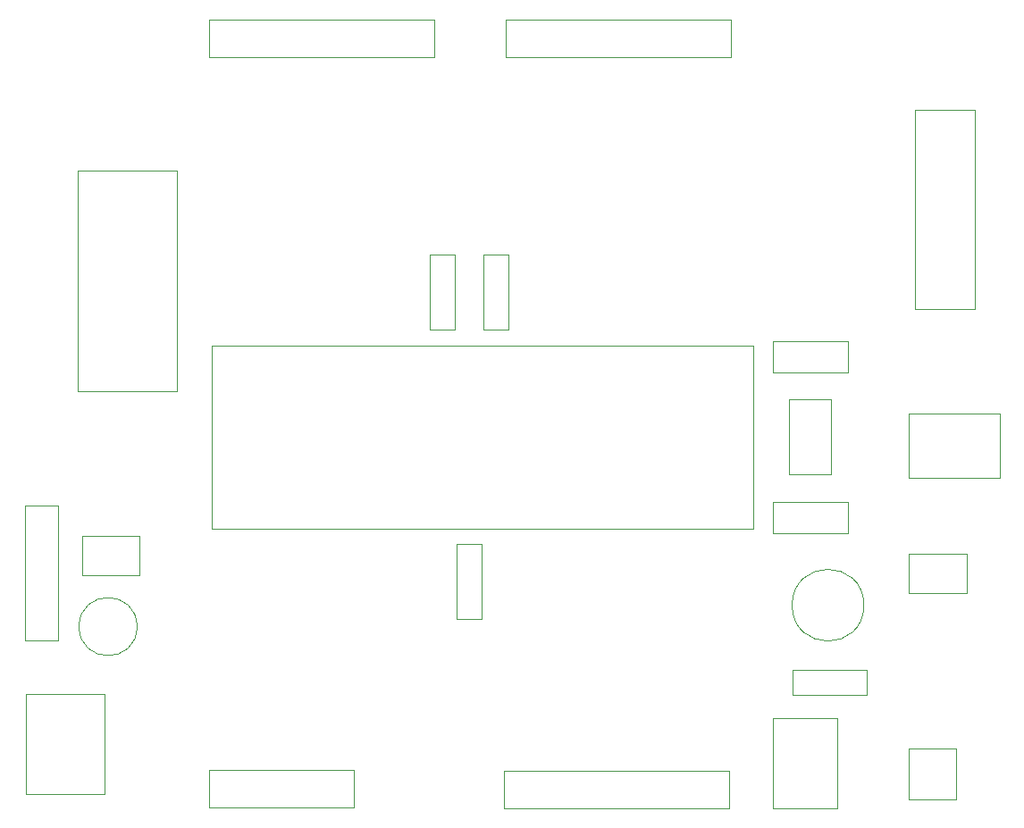
<source format=gbr>
%TF.GenerationSoftware,KiCad,Pcbnew,5.1.4-3.fc30*%
%TF.CreationDate,2019-10-13T14:32:02+02:00*%
%TF.ProjectId,avr_dev_board_atmega16,6176725f-6465-4765-9f62-6f6172645f61,1_0*%
%TF.SameCoordinates,PX2652348PY7832370*%
%TF.FileFunction,Other,User*%
%FSLAX46Y46*%
G04 Gerber Fmt 4.6, Leading zero omitted, Abs format (unit mm)*
G04 Created by KiCad (PCBNEW 5.1.4-3.fc30) date 2019-10-13 14:32:02*
%MOMM*%
%LPD*%
G04 APERTURE LIST*
%ADD10C,0.050000*%
G04 APERTURE END LIST*
D10*
%TO.C,Y1*%
X76433400Y40870200D02*
X76433400Y33770200D01*
X80433400Y40870200D02*
X76433400Y40870200D01*
X80433400Y33770200D02*
X80433400Y40870200D01*
X76433400Y33770200D02*
X80433400Y33770200D01*
%TO.C,C8*%
X81983400Y46440200D02*
X74883400Y46440200D01*
X81983400Y43440200D02*
X81983400Y46440200D01*
X74883400Y43440200D02*
X81983400Y43440200D01*
X74883400Y46440200D02*
X74883400Y43440200D01*
%TO.C,C7*%
X81983400Y31200200D02*
X74883400Y31200200D01*
X81983400Y28200200D02*
X81983400Y31200200D01*
X74883400Y28200200D02*
X81983400Y28200200D01*
X74883400Y31200200D02*
X74883400Y28200200D01*
%TO.C,J1*%
X9061600Y62550800D02*
X18421600Y62550800D01*
X9061600Y41690800D02*
X9061600Y62550800D01*
X18421600Y41690800D02*
X9061600Y41690800D01*
X18421600Y62550800D02*
X18421600Y41690800D01*
%TO.C,J6*%
X81046400Y2159800D02*
X74946400Y2159800D01*
X81046400Y10709800D02*
X81046400Y2159800D01*
X74946400Y10709800D02*
X81046400Y10709800D01*
X74946400Y2159800D02*
X74946400Y10709800D01*
%TO.C,J2*%
X96412400Y39569800D02*
X87812400Y39569800D01*
X96412400Y33419800D02*
X96412400Y39569800D01*
X87812400Y33419800D02*
X96412400Y33419800D01*
X87812400Y39569800D02*
X87812400Y33419800D01*
%TO.C,J7*%
X70796300Y2159800D02*
X49446300Y2159800D01*
X70796300Y5709800D02*
X70796300Y2159800D01*
X49446300Y5709800D02*
X70796300Y5709800D01*
X49446300Y2159800D02*
X49446300Y5709800D01*
%TO.C,J4*%
X49576400Y76879400D02*
X70926400Y76879400D01*
X49576400Y73329400D02*
X49576400Y76879400D01*
X70926400Y73329400D02*
X49576400Y73329400D01*
X70926400Y76879400D02*
X70926400Y73329400D01*
%TO.C,J3*%
X42842000Y73329400D02*
X21492000Y73329400D01*
X42842000Y76879400D02*
X42842000Y73329400D01*
X21492000Y76879400D02*
X42842000Y76879400D01*
X21492000Y73329400D02*
X21492000Y76879400D01*
%TO.C,J5*%
X35192000Y2209800D02*
X21492000Y2209800D01*
X35192000Y5759800D02*
X35192000Y2209800D01*
X21492000Y5759800D02*
X35192000Y5759800D01*
X21492000Y2209800D02*
X21492000Y5759800D01*
%TO.C,SW1*%
X11363600Y3505800D02*
X4363600Y3505800D01*
X4113600Y3755800D02*
X4113600Y12755800D01*
X4363600Y13005800D02*
X11363600Y13005800D01*
X11613600Y12755800D02*
X11613600Y3755800D01*
X4113600Y13005800D02*
X4113600Y12755800D01*
X4363600Y13005800D02*
X4113600Y13005800D01*
X11613600Y13005800D02*
X11613600Y12755800D01*
X11363600Y13005800D02*
X11613600Y13005800D01*
X11613600Y3505800D02*
X11363600Y3505800D01*
X11613600Y3755800D02*
X11613600Y3505800D01*
X4113600Y3505800D02*
X4363600Y3505800D01*
X4113600Y3755800D02*
X4113600Y3505800D01*
%TO.C,C1*%
X14668200Y19354800D02*
G75*
G03X14668200Y19354800I-2750000J0D01*
G01*
%TO.C,C2*%
X42412000Y54647800D02*
X42412000Y47547800D01*
X44812000Y54647800D02*
X42412000Y54647800D01*
X44812000Y47547800D02*
X44812000Y54647800D01*
X42412000Y47547800D02*
X44812000Y47547800D01*
%TO.C,C3*%
X47352000Y20048000D02*
X47352000Y27148000D01*
X44952000Y20048000D02*
X47352000Y20048000D01*
X44952000Y27148000D02*
X44952000Y20048000D01*
X47352000Y27148000D02*
X44952000Y27148000D01*
%TO.C,C4*%
X49892000Y47547800D02*
X49892000Y54647800D01*
X47492000Y47547800D02*
X49892000Y47547800D01*
X47492000Y54647800D02*
X47492000Y47547800D01*
X49892000Y54647800D02*
X47492000Y54647800D01*
%TO.C,C5*%
X83533400Y21383800D02*
G75*
G03X83533400Y21383800I-3400000J0D01*
G01*
%TO.C,C6*%
X83840400Y15245800D02*
X76740400Y15245800D01*
X83840400Y12845800D02*
X83840400Y15245800D01*
X76740400Y12845800D02*
X83840400Y12845800D01*
X76740400Y15245800D02*
X76740400Y12845800D01*
%TO.C,D1*%
X7213600Y18004800D02*
X7213600Y30864800D01*
X4013600Y18004800D02*
X7213600Y18004800D01*
X4013600Y30864800D02*
X4013600Y18004800D01*
X7213600Y30864800D02*
X4013600Y30864800D01*
%TO.C,D2*%
X88361400Y68372600D02*
X88361400Y49432600D01*
X94061400Y68372600D02*
X88361400Y68372600D01*
X94061400Y49432600D02*
X94061400Y68372600D01*
X88361400Y49432600D02*
X94061400Y49432600D01*
%TO.C,D3*%
X87812400Y7840800D02*
X87812400Y2990800D01*
X92312400Y7840800D02*
X87812400Y7840800D01*
X92312400Y2990800D02*
X92312400Y7840800D01*
X87812400Y2990800D02*
X92312400Y2990800D01*
%TO.C,R1*%
X9440400Y24248500D02*
X14880400Y24248500D01*
X9440400Y27948500D02*
X9440400Y24248500D01*
X14880400Y27948500D02*
X9440400Y27948500D01*
X14880400Y24248500D02*
X14880400Y27948500D01*
%TO.C,R2*%
X93252400Y26233800D02*
X87812400Y26233800D01*
X93252400Y22533800D02*
X93252400Y26233800D01*
X87812400Y22533800D02*
X93252400Y22533800D01*
X87812400Y26233800D02*
X87812400Y22533800D01*
%TO.C,U1*%
X21742000Y46000200D02*
X21742000Y28650200D01*
X73092000Y46000200D02*
X21742000Y46000200D01*
X73092000Y28650200D02*
X73092000Y46000200D01*
X21742000Y28650200D02*
X73092000Y28650200D01*
%TD*%
M02*

</source>
